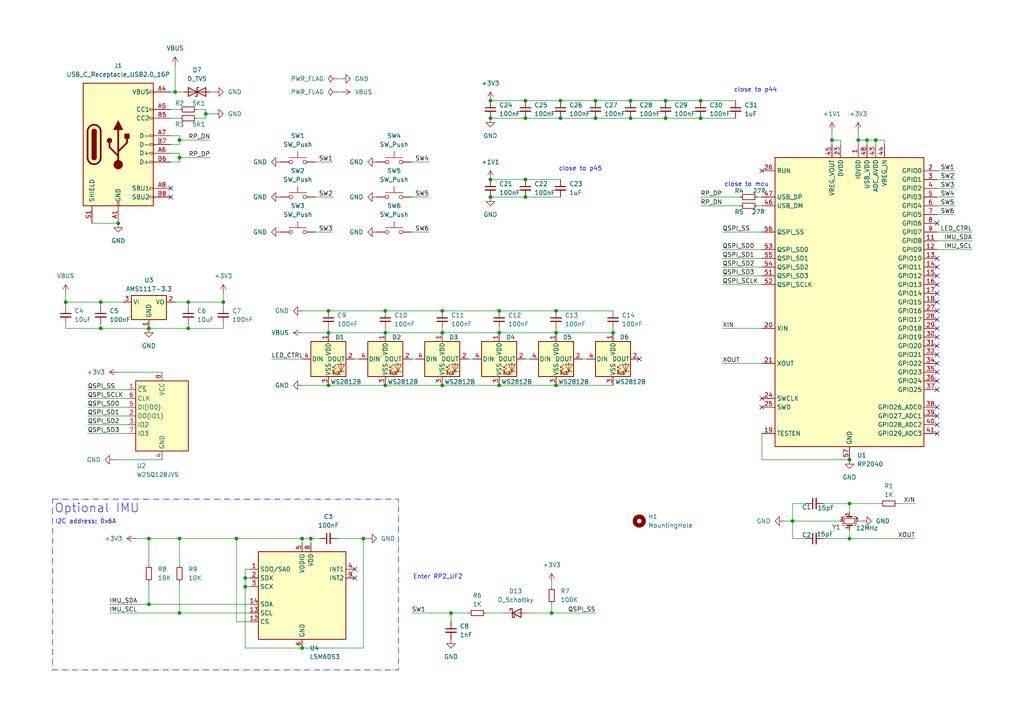
<source format=kicad_sch>
(kicad_sch (version 20231120) (generator "eeschema") (generator_version "8.0")
  (paper "A4")
  (title_block (title "Lemon RP2040 Keypad") (date "2024-03-25") (rev "0.1"))
  (junction (at 19.05 87.63))
  (junction (at 128.27 90.17))
  (junction (at 95.25 90.17))
  (junction (at 172.72 29.21))
  (junction (at 34.29 64.77))
  (junction (at 52.07 177.8))
  (junction (at 52.07 156.21))
  (junction (at 59.69 33.02))
  (junction (at 71.12 170.18))
  (junction (at 111.76 111.76))
  (junction (at 193.04 29.21))
  (junction (at 68.58 156.21))
  (junction (at 248.92 40.64))
  (junction (at 142.24 52.07))
  (junction (at 152.4 29.21))
  (junction (at 182.88 34.29))
  (junction (at 144.78 96.52))
  (junction (at 246.38 133.35))
  (junction (at 50.8 26.67))
  (junction (at 182.88 29.21))
  (junction (at 87.63 187.96))
  (junction (at 142.24 57.15))
  (junction (at 29.21 87.63))
  (junction (at 29.21 95.25))
  (junction (at 87.63 156.21))
  (junction (at 152.4 52.07))
  (junction (at 152.4 57.15))
  (junction (at 128.27 96.52))
  (junction (at 144.78 111.76))
  (junction (at 54.61 87.63))
  (junction (at 172.72 34.29))
  (junction (at 52.07 40.64))
  (junction (at 130.81 177.8))
  (junction (at 52.07 45.72))
  (junction (at 193.04 34.29))
  (junction (at 162.56 29.21))
  (junction (at 161.29 111.76))
  (junction (at 43.18 156.21))
  (junction (at 43.18 95.25))
  (junction (at 161.29 96.52))
  (junction (at 90.17 156.21))
  (junction (at 128.27 111.76))
  (junction (at 203.2 34.29))
  (junction (at 177.8 96.52))
  (junction (at 95.25 96.52))
  (junction (at 144.78 90.17))
  (junction (at 111.76 96.52))
  (junction (at 71.12 167.64))
  (junction (at 43.18 175.26))
  (junction (at 246.38 156.21))
  (junction (at 105.41 156.21))
  (junction (at 241.3 40.64))
  (junction (at 54.61 95.25))
  (junction (at 152.4 34.29))
  (junction (at 229.87 151.13))
  (junction (at 161.29 90.17))
  (junction (at 203.2 29.21))
  (junction (at 111.76 90.17))
  (junction (at 142.24 29.21))
  (junction (at 251.46 40.64))
  (junction (at 246.38 146.05))
  (junction (at 160.02 177.8))
  (junction (at 142.24 34.29))
  (junction (at 95.25 111.76))
  (junction (at 64.77 87.63))
  (junction (at 254 40.64))
  (junction (at 162.56 34.29))
  (no_connect (at 271.78 92.71))
  (no_connect (at 271.78 113.03))
  (no_connect (at 102.87 167.64))
  (no_connect (at 271.78 120.65))
  (no_connect (at 271.78 74.93))
  (no_connect (at 49.53 54.61))
  (no_connect (at 102.87 165.1))
  (no_connect (at 49.53 57.15))
  (no_connect (at 271.78 82.55))
  (no_connect (at 271.78 100.33))
  (no_connect (at 271.78 125.73))
  (no_connect (at 271.78 80.01))
  (no_connect (at 271.78 110.49))
  (no_connect (at 271.78 85.09))
  (no_connect (at 185.42 104.14))
  (no_connect (at 271.78 77.47))
  (no_connect (at 271.78 107.95))
  (no_connect (at 271.78 64.77))
  (no_connect (at 220.98 115.57))
  (no_connect (at 271.78 105.41))
  (no_connect (at 271.78 87.63))
  (no_connect (at 271.78 123.19))
  (no_connect (at 220.98 49.53))
  (no_connect (at 271.78 118.11))
  (no_connect (at 220.98 118.11))
  (no_connect (at 271.78 97.79))
  (no_connect (at 271.78 90.17))
  (no_connect (at 271.78 95.25))
  (no_connect (at 271.78 102.87))
  (wire (pts (xy 59.69 31.75) (xy 59.69 33.02)))
  (wire (pts (xy 209.55 67.31) (xy 220.98 67.31)))
  (wire (pts (xy 52.07 41.91) (xy 49.53 41.91)))
  (wire (pts (xy 29.21 95.25) (xy 43.18 95.25)))
  (wire (pts (xy 68.58 156.21) (xy 87.63 156.21)))
  (wire (pts (xy 128.27 95.25) (xy 128.27 96.52)))
  (wire (pts (xy 50.8 26.67) (xy 53.34 26.67)))
  (wire (pts (xy 25.4 123.19) (xy 36.83 123.19)))
  (wire (pts (xy 229.87 151.13) (xy 243.84 151.13)))
  (wire (pts (xy 25.4 118.11) (xy 36.83 118.11)))
  (wire (pts (xy 271.78 62.23) (xy 276.86 62.23)))
  (wire (pts (xy 25.4 115.57) (xy 36.83 115.57)))
  (wire (pts (xy 57.15 31.75) (xy 59.69 31.75)))
  (wire (pts (xy 152.4 34.29) (xy 162.56 34.29)))
  (wire (pts (xy 119.38 104.14) (xy 120.65 104.14)))
  (wire (pts (xy 68.58 180.34) (xy 72.39 180.34)))
  (wire (pts (xy 243.84 40.64) (xy 243.84 41.91)))
  (wire (pts (xy 251.46 40.64) (xy 251.46 41.91)))
  (wire (pts (xy 128.27 111.76) (xy 144.78 111.76)))
  (wire (pts (xy 152.4 104.14) (xy 153.67 104.14)))
  (wire (pts (xy 54.61 95.25) (xy 64.77 95.25)))
  (wire (pts (xy 95.25 111.76) (xy 111.76 111.76)))
  (wire (pts (xy 29.21 87.63) (xy 29.21 88.9)))
  (wire (pts (xy 31.75 177.8) (xy 52.07 177.8)))
  (wire (pts (xy 241.3 40.64) (xy 243.84 40.64)))
  (wire (pts (xy 144.78 90.17) (xy 161.29 90.17)))
  (wire (pts (xy 52.07 156.21) (xy 52.07 163.83)))
  (wire (pts (xy 144.78 96.52) (xy 161.29 96.52)))
  (wire (pts (xy 43.18 156.21) (xy 43.18 163.83)))
  (wire (pts (xy 64.77 87.63) (xy 64.77 88.9)))
  (wire (pts (xy 203.2 59.69) (xy 214.63 59.69)))
  (wire (pts (xy 19.05 87.63) (xy 19.05 88.9)))
  (wire (pts (xy 209.55 77.47) (xy 220.98 77.47)))
  (wire (pts (xy 251.46 40.64) (xy 254 40.64)))
  (wire (pts (xy 91.44 46.99) (xy 96.52 46.99)))
  (wire (pts (xy 119.38 57.15) (xy 124.46 57.15)))
  (wire (pts (xy 25.4 113.03) (xy 36.83 113.03)))
  (wire (pts (xy 87.63 111.76) (xy 95.25 111.76)))
  (wire (pts (xy 68.58 156.21) (xy 68.58 180.34)))
  (wire (pts (xy 59.69 34.29) (xy 57.15 34.29)))
  (wire (pts (xy 161.29 111.76) (xy 177.8 111.76)))
  (wire (pts (xy 219.71 59.69) (xy 220.98 59.69)))
  (wire (pts (xy 60.96 26.67) (xy 62.23 26.67)))
  (wire (pts (xy 135.89 104.14) (xy 137.16 104.14)))
  (wire (pts (xy 248.92 40.64) (xy 251.46 40.64)))
  (wire (pts (xy 246.38 156.21) (xy 265.43 156.21)))
  (wire (pts (xy 49.53 34.29) (xy 52.07 34.29)))
  (wire (pts (xy 161.29 95.25) (xy 161.29 96.52)))
  (wire (pts (xy 177.8 95.25) (xy 177.8 96.52)))
  (wire (pts (xy 128.27 96.52) (xy 144.78 96.52)))
  (wire (pts (xy 19.05 93.98) (xy 19.05 95.25)))
  (wire (pts (xy 182.88 34.29) (xy 193.04 34.29)))
  (wire (pts (xy 219.71 57.15) (xy 220.98 57.15)))
  (wire (pts (xy 241.3 40.64) (xy 241.3 41.91)))
  (wire (pts (xy 172.72 34.29) (xy 182.88 34.29)))
  (wire (pts (xy 29.21 93.98) (xy 29.21 95.25)))
  (wire (pts (xy 229.87 156.21) (xy 233.68 156.21)))
  (wire (pts (xy 29.21 87.63) (xy 35.56 87.63)))
  (wire (pts (xy 142.24 34.29) (xy 152.4 34.29)))
  (wire (pts (xy 87.63 187.96) (xy 105.41 187.96)))
  (wire (pts (xy 153.67 177.8) (xy 160.02 177.8)))
  (wire (pts (xy 71.12 165.1) (xy 72.39 165.1)))
  (wire (pts (xy 52.07 177.8) (xy 72.39 177.8)))
  (wire (pts (xy 52.07 40.64) (xy 52.07 41.91)))
  (wire (pts (xy 160.02 177.8) (xy 172.72 177.8)))
  (wire (pts (xy 203.2 57.15) (xy 214.63 57.15)))
  (wire (pts (xy 43.18 168.91) (xy 43.18 175.26)))
  (wire (pts (xy 193.04 29.21) (xy 203.2 29.21)))
  (wire (pts (xy 54.61 87.63) (xy 54.61 88.9)))
  (wire (pts (xy 49.53 31.75) (xy 52.07 31.75)))
  (wire (pts (xy 90.17 157.48) (xy 90.17 156.21)))
  (wire (pts (xy 43.18 175.26) (xy 72.39 175.26)))
  (wire (pts (xy 229.87 146.05) (xy 229.87 151.13)))
  (wire (pts (xy 135.89 177.8) (xy 130.81 177.8)))
  (wire (pts (xy 91.44 67.31) (xy 96.52 67.31)))
  (wire (pts (xy 246.38 156.21) (xy 238.76 156.21)))
  (wire (pts (xy 227.33 151.13) (xy 229.87 151.13)))
  (wire (pts (xy 64.77 85.09) (xy 64.77 87.63)))
  (wire (pts (xy 162.56 29.21) (xy 172.72 29.21)))
  (wire (pts (xy 119.38 67.31) (xy 124.46 67.31)))
  (wire (pts (xy 50.8 19.05) (xy 50.8 26.67)))
  (wire (pts (xy 97.79 156.21) (xy 105.41 156.21)))
  (wire (pts (xy 71.12 167.64) (xy 71.12 170.18)))
  (wire (pts (xy 209.55 80.01) (xy 220.98 80.01)))
  (wire (pts (xy 78.74 104.14) (xy 87.63 104.14)))
  (wire (pts (xy 209.55 72.39) (xy 220.98 72.39)))
  (wire (pts (xy 54.61 87.63) (xy 64.77 87.63)))
  (wire (pts (xy 59.69 33.02) (xy 62.23 33.02)))
  (wire (pts (xy 95.25 95.25) (xy 95.25 96.52)))
  (wire (pts (xy 54.61 93.98) (xy 54.61 95.25)))
  (wire (pts (xy 111.76 90.17) (xy 128.27 90.17)))
  (wire (pts (xy 90.17 156.21) (xy 92.71 156.21)))
  (wire (pts (xy 25.4 125.73) (xy 36.83 125.73)))
  (wire (pts (xy 152.4 57.15) (xy 142.24 57.15)))
  (wire (pts (xy 220.98 125.73) (xy 220.98 133.35)))
  (wire (pts (xy 119.38 177.8) (xy 130.81 177.8)))
  (wire (pts (xy 90.17 156.21) (xy 87.63 156.21)))
  (wire (pts (xy 52.07 44.45) (xy 52.07 45.72)))
  (wire (pts (xy 172.72 29.21) (xy 182.88 29.21)))
  (wire (pts (xy 246.38 153.67) (xy 246.38 156.21)))
  (wire (pts (xy 52.07 168.91) (xy 52.07 177.8)))
  (wire (pts (xy 59.69 33.02) (xy 59.69 34.29)))
  (wire (pts (xy 271.78 54.61) (xy 276.86 54.61)))
  (wire (pts (xy 52.07 45.72) (xy 60.96 45.72)))
  (wire (pts (xy 119.38 46.99) (xy 124.46 46.99)))
  (wire (pts (xy 209.55 95.25) (xy 220.98 95.25)))
  (wire (pts (xy 248.92 40.64) (xy 248.92 41.91)))
  (wire (pts (xy 233.68 146.05) (xy 229.87 146.05)))
  (wire (pts (xy 31.75 175.26) (xy 43.18 175.26)))
  (wire (pts (xy 140.97 177.8) (xy 146.05 177.8)))
  (wire (pts (xy 87.63 96.52) (xy 95.25 96.52)))
  (wire (pts (xy 49.53 39.37) (xy 52.07 39.37)))
  (wire (pts (xy 161.29 90.17) (xy 177.8 90.17)))
  (wire (pts (xy 43.18 95.25) (xy 54.61 95.25)))
  (wire (pts (xy 246.38 146.05) (xy 246.38 148.59)))
  (wire (pts (xy 87.63 156.21) (xy 87.63 157.48)))
  (wire (pts (xy 271.78 72.39) (xy 281.94 72.39)))
  (wire (pts (xy 130.81 177.8) (xy 130.81 180.34)))
  (wire (pts (xy 238.76 146.05) (xy 246.38 146.05)))
  (wire (pts (xy 229.87 151.13) (xy 229.87 156.21)))
  (wire (pts (xy 19.05 87.63) (xy 29.21 87.63)))
  (wire (pts (xy 52.07 46.99) (xy 49.53 46.99)))
  (wire (pts (xy 246.38 146.05) (xy 255.27 146.05)))
  (wire (pts (xy 254 40.64) (xy 254 41.91)))
  (wire (pts (xy 241.3 38.1) (xy 241.3 40.64)))
  (wire (pts (xy 152.4 29.21) (xy 162.56 29.21)))
  (wire (pts (xy 142.24 29.21) (xy 152.4 29.21)))
  (wire (pts (xy 260.35 146.05) (xy 265.43 146.05)))
  (wire (pts (xy 99.06 26.67) (xy 97.79 26.67)))
  (wire (pts (xy 271.78 52.07) (xy 276.86 52.07)))
  (wire (pts (xy 152.4 52.07) (xy 162.56 52.07)))
  (wire (pts (xy 220.98 133.35) (xy 246.38 133.35)))
  (wire (pts (xy 52.07 156.21) (xy 68.58 156.21)))
  (wire (pts (xy 111.76 95.25) (xy 111.76 96.52)))
  (wire (pts (xy 71.12 170.18) (xy 72.39 170.18)))
  (wire (pts (xy 39.37 156.21) (xy 43.18 156.21)))
  (wire (pts (xy 71.12 165.1) (xy 71.12 167.64)))
  (wire (pts (xy 182.88 29.21) (xy 193.04 29.21)))
  (wire (pts (xy 256.54 40.64) (xy 256.54 41.91)))
  (wire (pts (xy 52.07 39.37) (xy 52.07 40.64)))
  (wire (pts (xy 49.53 26.67) (xy 50.8 26.67)))
  (wire (pts (xy 144.78 111.76) (xy 161.29 111.76)))
  (wire (pts (xy 271.78 67.31) (xy 281.94 67.31)))
  (wire (pts (xy 144.78 95.25) (xy 144.78 96.52)))
  (wire (pts (xy 152.4 57.15) (xy 162.56 57.15)))
  (wire (pts (xy 271.78 69.85) (xy 281.94 69.85)))
  (wire (pts (xy 26.67 64.77) (xy 34.29 64.77)))
  (wire (pts (xy 52.07 40.64) (xy 60.96 40.64)))
  (wire (pts (xy 111.76 111.76) (xy 128.27 111.76)))
  (wire (pts (xy 71.12 187.96) (xy 87.63 187.96)))
  (wire (pts (xy 128.27 90.17) (xy 144.78 90.17)))
  (wire (pts (xy 71.12 167.64) (xy 72.39 167.64)))
  (wire (pts (xy 203.2 34.29) (xy 213.36 34.29)))
  (wire (pts (xy 52.07 45.72) (xy 52.07 46.99)))
  (wire (pts (xy 193.04 34.29) (xy 203.2 34.29)))
  (wire (pts (xy 209.55 74.93) (xy 220.98 74.93)))
  (wire (pts (xy 254 40.64) (xy 256.54 40.64)))
  (wire (pts (xy 43.18 156.21) (xy 52.07 156.21)))
  (wire (pts (xy 106.68 156.21) (xy 105.41 156.21)))
  (wire (pts (xy 87.63 90.17) (xy 95.25 90.17)))
  (wire (pts (xy 161.29 96.52) (xy 177.8 96.52)))
  (wire (pts (xy 33.02 133.35) (xy 46.99 133.35)))
  (wire (pts (xy 160.02 168.91) (xy 160.02 170.18)))
  (wire (pts (xy 19.05 85.09) (xy 19.05 87.63)))
  (wire (pts (xy 209.55 82.55) (xy 220.98 82.55)))
  (wire (pts (xy 95.25 96.52) (xy 111.76 96.52)))
  (wire (pts (xy 248.92 38.1) (xy 248.92 40.64)))
  (wire (pts (xy 25.4 120.65) (xy 36.83 120.65)))
  (wire (pts (xy 248.92 151.13) (xy 250.19 151.13)))
  (wire (pts (xy 50.8 87.63) (xy 54.61 87.63)))
  (wire (pts (xy 102.87 104.14) (xy 104.14 104.14)))
  (wire (pts (xy 142.24 52.07) (xy 152.4 52.07)))
  (wire (pts (xy 64.77 95.25) (xy 64.77 93.98)))
  (wire (pts (xy 95.25 90.17) (xy 111.76 90.17)))
  (wire (pts (xy 71.12 170.18) (xy 71.12 187.96)))
  (wire (pts (xy 49.53 44.45) (xy 52.07 44.45)))
  (wire (pts (xy 271.78 49.53) (xy 276.86 49.53)))
  (wire (pts (xy 162.56 34.29) (xy 172.72 34.29)))
  (wire (pts (xy 271.78 59.69) (xy 276.86 59.69)))
  (wire (pts (xy 209.55 105.41) (xy 220.98 105.41)))
  (wire (pts (xy 160.02 177.8) (xy 160.02 175.26)))
  (wire (pts (xy 111.76 96.52) (xy 128.27 96.52)))
  (wire (pts (xy 91.44 57.15) (xy 96.52 57.15)))
  (wire (pts (xy 34.29 107.95) (xy 46.99 107.95)))
  (wire (pts (xy 105.41 187.96) (xy 105.41 156.21)))
  (wire (pts (xy 19.05 95.25) (xy 29.21 95.25)))
  (wire (pts (xy 271.78 57.15) (xy 276.86 57.15)))
  (wire (pts (xy 99.06 22.86) (xy 97.79 22.86)))
  (wire (pts (xy 203.2 29.21) (xy 213.36 29.21)))
  (wire (pts (xy 168.91 104.14) (xy 170.18 104.14)))
  (rectangle (start 15.24 144.78) (end 115.57 194.31) (stroke (width 0) (type dash_dot)))
  (text "Enter RP2_UF2" (at 127 167.386 0) (effects (font (size 1.27 1.27))))
  (text "close to mcu" (at 210.058 52.832 0) (effects (font (size 1.27 1.27)) (justify left top)))
  (text "I2C address: 0x6A" (at 16.002 150.622 0) (effects (font (size 1.27 1.27)) (justify left top)))
  (text "close to p45" (at 162.052 48.26 0) (effects (font (size 1.27 1.27)) (justify left top)))
  (text "Optional IMU" (at 15.748 146.05 0) (effects (font (size 2.54 2.54)) (justify left top)))
  (text "close to p44" (at 212.852 25.4 0) (effects (font (size 1.27 1.27)) (justify left top)))
  (label "XIN" (at 265.43 146.05 180))
  (label "IMU_SDA" (at 281.94 69.85 180))
  (label "QSPI_SCLK" (at 25.4 115.57 0))
  (label "SW1" (at 119.38 177.8 0))
  (label "IMU_SCL" (at 31.75 177.8 0))
  (label "QSPI_SD1" (at 209.55 74.93 0))
  (label "SW4" (at 124.46 46.99 180))
  (label "QSPI_SD2" (at 209.55 77.47 0))
  (label "SW3" (at 276.86 54.61 180))
  (label "IMU_SCL" (at 281.94 72.39 180))
  (label "RP_DP" (at 203.2 57.15 0))
  (label "QSPI_SS" (at 172.72 177.8 180))
  (label "QSPI_SD0" (at 25.4 118.11 0))
  (label "QSPI_SD3" (at 25.4 125.73 0))
  (label "SW3" (at 96.52 67.31 180))
  (label "QSPI_SS" (at 25.4 113.03 0))
  (label "RP_DN" (at 203.2 59.69 0))
  (label "RP_DP" (at 60.96 45.72 180))
  (label "QSPI_SS" (at 209.55 67.31 0))
  (label "IMU_SDA" (at 31.75 175.26 0))
  (label "QSPI_SD2" (at 25.4 123.19 0))
  (label "QSPI_SD0" (at 209.55 72.39 0))
  (label "LED_CTRL" (at 281.94 67.31 180))
  (label "SW2" (at 96.52 57.15 180))
  (label "XOUT" (at 209.55 105.41 0))
  (label "QSPI_SD1" (at 25.4 120.65 0))
  (label "QSPI_SCLK" (at 209.55 82.55 0))
  (label "SW5" (at 276.86 59.69 180))
  (label "SW6" (at 276.86 62.23 180))
  (label "SW1" (at 96.52 46.99 180))
  (label "SW5" (at 124.46 57.15 180))
  (label "LED_CTRL" (at 78.74 104.14 0))
  (label "SW2" (at 276.86 52.07 180))
  (label "SW4" (at 276.86 57.15 180))
  (label "QSPI_SD3" (at 209.55 80.01 0))
  (label "RP_DN" (at 60.96 40.64 180))
  (label "XIN" (at 209.55 95.25 0))
  (label "XOUT" (at 265.43 156.21 180))
  (label "SW6" (at 124.46 67.31 180))
  (label "SW1" (at 276.86 49.53 180))
  (symbol (lib_id "power:GND") (at 62.23 33.02 90) (unit 1)
    (property "Reference" "#PWR013" (effects (hide yes)))
    (property "Value" "GND" (at 66.04 33.0199 90) (effects (justify right)))
    (property "Description" "Power symbol creates a global label with name \"GND\" , ground" (effects (hide yes)))
  )
  (symbol (lib_id "Device:C_Small") (at 236.22 146.05 90) (unit 1)
    (property "Reference" "C1" (at 233.934 147.066 90))
    (property "Value" "15pF" (at 239.522 147.32 90))
    (property "Footprint" "Capacitor_SMD:C_0402_1005Metric" (effects (hide yes)))
    (property "Description" "Unpolarized capacitor, small symbol" (effects (hide yes)))
  )
  (symbol (lib_id "Device:Crystal_GND24_Small") (at 246.38 151.13 270) (mirror x) (unit 1)
    (property "Reference" "Y1" (at 242.57 152.908 90))
    (property "Value" "12MHz" (at 251.46 153.162 90))
    (property "Footprint" "Crystal:Crystal_SMD_3225-4Pin_3.2x2.5mm" (effects (hide yes)))
    (property "Description" "Four pin crystal, GND on pins 2 and 4, small symbol" (effects (hide yes)))
  )
  (symbol (lib_id "Regulator_Linear:AMS1117-3.3") (at 43.18 87.63 0) (unit 1)
    (property "Reference" "U3" (at 43.18 81.28 0))
    (property "Value" "AMS1117-3.3" (at 43.18 83.82 0))
    (property "Footprint" "Package_TO_SOT_SMD:SOT-223-3_TabPin2" (effects (hide yes)))
    (property "Datasheet" "http://www.advanced-monolithic.com/pdf/ds1117.pdf" (effects (hide yes)))
    (property "Description" "1A Low Dropout regulator, positive, 3.3V fixed output, SOT-223" (effects (hide yes)))
  )
  (symbol (lib_id "Connector:USB_C_Receptacle_USB2.0_16P") (at 34.29 41.91 0) (unit 1)
    (property "Reference" "J1" (at 34.29 19.05 0))
    (property "Value" "USB_C_Receptacle_USB2.0_16P" (at 34.29 21.59 0))
    (property "Footprint" "Connector_USB:USB_C_Receptacle_G-Switch_GT-USB-7010ASV" (effects (hide yes)))
    (property "Datasheet" "https://www.usb.org/sites/default/files/documents/usb_type-c.zip" (effects (hide yes)))
    (property "Description" "USB 2.0-only 16P Type-C Receptacle connector" (effects (hide yes)))
  )
  (symbol (lib_id "power:GND") (at 34.29 64.77 0) (unit 1)
    (property "Reference" "#PWR011" (effects (hide yes)))
    (property "Value" "GND" (at 34.29 69.85 0))
    (property "Description" "Power symbol creates a global label with name \"GND\" , ground" (effects (hide yes)))
  )
  (symbol (lib_id "Device:R_Small") (at 160.02 172.72 180) (unit 1)
    (property "Reference" "R7" (at 162.56 171.4499 0) (effects (justify right)))
    (property "Value" "100K" (at 162.56 173.9899 0) (effects (justify right)))
    (property "Footprint" "Resistor_SMD:R_0402_1005Metric" (effects (hide yes)))
    (property "Description" "Resistor, small symbol" (effects (hide yes)))
  )
  (symbol (lib_id "Device:R_Small") (at 43.18 166.37 0) (unit 1)
    (property "Reference" "R8" (at 45.72 165.0999 0) (effects (justify left)))
    (property "Value" "10K" (at 45.72 167.6399 0) (effects (justify left)))
    (property "Footprint" "Resistor_SMD:R_0402_1005Metric" (effects (hide yes)))
    (property "Description" "Resistor, small symbol" (effects (hide yes)))
  )
  (symbol (lib_id "Device:D_TVS") (at 57.15 26.67 0) (unit 1)
    (property "Reference" "D7" (at 57.15 20.32 0))
    (property "Value" "D_TVS" (at 57.15 22.86 0))
    (property "Footprint" "Diode_SMD:D_SOD-323" (effects (hide yes)))
    (property "Description" "Bidirectional transient-voltage-suppression diode" (effects (hide yes)))
  )
  (symbol (lib_id "Switch:SW_Push") (at 114.3 67.31 0) (unit 1)
    (property "Reference" "SW6" (at 114.3 59.69 0))
    (property "Value" "SW_Push" (at 114.3 62.23 0))
    (property "Footprint" "keyswitches:Kailh_socket_MX_optional" (effects (hide yes)))
    (property "Description" "Push button switch, generic, two pins" (effects (hide yes)))
  )
  (symbol (lib_id "Device:C_Small") (at 95.25 92.71 0) (unit 1)
    (property "Reference" "C9" (at 97.79 91.4462 0) (effects (justify left)))
    (property "Value" "100nF" (at 97.79 93.9862 0) (effects (justify left)))
    (property "Footprint" "Capacitor_SMD:C_0402_1005Metric" (effects (hide yes)))
    (property "Description" "Unpolarized capacitor, small symbol" (effects (hide yes)))
  )
  (symbol (lib_id "Device:C_Small") (at 95.25 156.21 90) (unit 1)
    (property "Reference" "C3" (at 95.2563 149.86 90))
    (property "Value" "100nF" (at 95.2563 152.4 90))
    (property "Footprint" "Capacitor_SMD:C_0402_1005Metric" (effects (hide yes)))
    (property "Description" "Unpolarized capacitor, small symbol" (effects (hide yes)))
  )
  (symbol (lib_id "LED:WS2812B") (at 111.76 104.14 0) (unit 1)
    (property "Reference" "D2" (at 115.062 97.79 0))
    (property "Value" "WS2812B" (at 116.84 110.744 0))
    (property "Footprint" "LED_SMD:LED_WS2812B_PLCC4_5.0x5.0mm_P3.2mm" (effects (hide yes)))
    (property "Datasheet" "https://cdn-shop.adafruit.com/datasheets/WS2812B.pdf" (effects (hide yes)))
    (property "Description" "RGB LED with integrated controller" (effects (hide yes)))
  )
  (symbol (lib_id "LED:WS2812B") (at 144.78 104.14 0) (unit 1)
    (property "Reference" "D4" (at 148.082 97.79 0))
    (property "Value" "WS2812B" (at 149.86 110.744 0))
    (property "Footprint" "LED_SMD:LED_WS2812B_PLCC4_5.0x5.0mm_P3.2mm" (effects (hide yes)))
    (property "Datasheet" "https://cdn-shop.adafruit.com/datasheets/WS2812B.pdf" (effects (hide yes)))
    (property "Description" "RGB LED with integrated controller" (effects (hide yes)))
  )
  (symbol (lib_id "LED:WS2812B") (at 128.27 104.14 0) (unit 1)
    (property "Reference" "D3" (at 131.572 97.79 0))
    (property "Value" "WS2812B" (at 133.35 110.744 0))
    (property "Footprint" "LED_SMD:LED_WS2812B_PLCC4_5.0x5.0mm_P3.2mm" (effects (hide yes)))
    (property "Datasheet" "https://cdn-shop.adafruit.com/datasheets/WS2812B.pdf" (effects (hide yes)))
    (property "Description" "RGB LED with integrated controller" (effects (hide yes)))
  )
  (symbol (lib_id "power:PWR_FLAG") (at 97.79 26.67 90) (unit 1)
    (property "Reference" "#FLG01" (effects (hide yes)))
    (property "Value" "PWR_FLAG" (at 93.98 26.6699 90) (effects (justify left)))
    (property "Description" "Special symbol for telling ERC where power comes from" (effects (hide yes)))
  )
  (symbol (lib_id "power:VBUS") (at 99.06 26.67 270) (unit 1)
    (property "Reference" "#PWR038" (effects (hide yes)))
    (property "Value" "VBUS" (at 102.87 26.6699 90) (effects (justify left)))
    (property "Description" "Power symbol creates a global label with name \"VBUS\"" (effects (hide yes)))
  )
  (symbol (lib_id "Device:C_Small") (at 152.4 54.61 0) (unit 1)
    (property "Reference" "C22" (at 154.94 53.3462 0) (effects (justify left)))
    (property "Value" "100nF" (at 154.94 55.8862 0) (effects (justify left)))
    (property "Footprint" "Capacitor_SMD:C_0402_1005Metric" (effects (hide yes)))
    (property "Description" "Unpolarized capacitor, small symbol" (effects (hide yes)))
  )
  (symbol (lib_id "Switch:SW_Push") (at 114.3 46.99 0) (unit 1)
    (property "Reference" "SW4" (at 114.3 39.37 0))
    (property "Value" "SW_Push" (at 114.3 41.91 0))
    (property "Footprint" "keyswitches:Kailh_socket_MX_optional" (effects (hide yes)))
    (property "Description" "Push button switch, generic, two pins" (effects (hide yes)))
  )
  (symbol (lib_id "power:GND") (at 87.63 90.17 270) (unit 1)
    (property "Reference" "#PWR024" (effects (hide yes)))
    (property "Value" "GND" (at 83.82 90.1699 90) (effects (justify right)))
    (property "Description" "Power symbol creates a global label with name \"GND\" , ground" (effects (hide yes)))
  )
  (symbol (lib_id "Device:C_Small") (at 128.27 92.71 0) (unit 1)
    (property "Reference" "C11" (at 130.81 91.4462 0) (effects (justify left)))
    (property "Value" "100nF" (at 130.81 93.9862 0) (effects (justify left)))
    (property "Footprint" "Capacitor_SMD:C_0402_1005Metric" (effects (hide yes)))
    (property "Description" "Unpolarized capacitor, small symbol" (effects (hide yes)))
  )
  (symbol (lib_id "Device:C_Small") (at 161.29 92.71 0) (unit 1)
    (property "Reference" "C13" (at 163.83 91.4462 0) (effects (justify left)))
    (property "Value" "100nF" (at 163.83 93.9862 0) (effects (justify left)))
    (property "Footprint" "Capacitor_SMD:C_0402_1005Metric" (effects (hide yes)))
    (property "Description" "Unpolarized capacitor, small symbol" (effects (hide yes)))
  )
  (symbol (lib_id "Device:R_Small") (at 54.61 31.75 270) (unit 1)
    (property "Reference" "R2" (at 52.07 29.972 90))
    (property "Value" "5K1" (at 57.658 29.972 90))
    (property "Footprint" "Resistor_SMD:R_0402_1005Metric" (effects (hide yes)))
    (property "Description" "Resistor, small symbol" (effects (hide yes)))
  )
  (symbol (lib_id "Switch:SW_Push") (at 114.3 57.15 0) (unit 1)
    (property "Reference" "SW5" (at 114.3 49.53 0))
    (property "Value" "SW_Push" (at 114.3 52.07 0))
    (property "Footprint" "keyswitches:Kailh_socket_MX_optional" (effects (hide yes)))
    (property "Description" "Push button switch, generic, two pins" (effects (hide yes)))
  )
  (symbol (lib_id "Device:C_Small") (at 203.2 31.75 0) (unit 1)
    (property "Reference" "C30" (at 205.74 30.4862 0) (effects (justify left)))
    (property "Value" "100nF" (at 205.74 33.0262 0) (effects (justify left)))
    (property "Footprint" "Capacitor_SMD:C_0402_1005Metric" (effects (hide yes)))
    (property "Description" "Unpolarized capacitor, small symbol" (effects (hide yes)))
  )
  (symbol (lib_id "Memory_Flash:W25Q128JVS") (at 46.99 120.65 0) (unit 1)
    (property "Reference" "U2" (at 39.624 135.128 0) (effects (justify left)))
    (property "Value" "W25Q128JVS" (at 39.624 137.668 0) (effects (justify left)))
    (property "Footprint" "Package_SO:SOIC-8_5.23x5.23mm_P1.27mm" (effects (hide yes)))
    (property "Datasheet" "http://www.winbond.com/resource-files/w25q128jv_dtr%20revc%2003272018%20plus.pdf" (effects (hide yes)))
    (property "Description" "128Mb Serial Flash Memory, Standard/Dual/Quad SPI, SOIC-8" (effects (hide yes)))
  )
  (symbol (lib_id "power:GND") (at 109.22 57.15 270) (mirror x) (unit 1)
    (property "Reference" "#PWR029" (effects (hide yes)))
    (property "Value" "GND" (at 105.41 57.1499 90) (effects (justify right)))
    (property "Description" "Power symbol creates a global label with name \"GND\" , ground" (effects (hide yes)))
  )
  (symbol (lib_id "MCU_RaspberryPi:RP2040") (at 246.38 87.63 0) (unit 1)
    (property "Reference" "U1" (at 248.5741 132.08 0) (effects (justify left)))
    (property "Value" "RP2040" (at 248.5741 134.62 0) (effects (justify left)))
    (property "Footprint" "Package_DFN_QFN:QFN-56-1EP_7x7mm_P0.4mm_EP3.2x3.2mm" (effects (hide yes)))
    (property "Datasheet" "https://datasheets.raspberrypi.com/rp2040/rp2040-datasheet.pdf" (effects (hide yes)))
    (property "Description" "A microcontroller by Raspberry Pi" (effects (hide yes)))
  )
  (symbol (lib_id "Device:R_Small") (at 138.43 177.8 90) (unit 1)
    (property "Reference" "R6" (at 138.43 172.72 90))
    (property "Value" "1K" (at 138.43 175.26 90))
    (property "Footprint" "Resistor_SMD:R_0402_1005Metric" (effects (hide yes)))
    (property "Description" "Resistor, small symbol" (effects (hide yes)))
  )
  (symbol (lib_id "Device:C_Small") (at 162.56 31.75 0) (unit 1)
    (property "Reference" "C26" (at 165.1 30.4862 0) (effects (justify left)))
    (property "Value" "100nF" (at 165.1 33.0262 0) (effects (justify left)))
    (property "Footprint" "Capacitor_SMD:C_0402_1005Metric" (effects (hide yes)))
    (property "Description" "Unpolarized capacitor, small symbol" (effects (hide yes)))
  )
  (symbol (lib_id "power:GND") (at 250.19 151.13 90) (unit 1)
    (property "Reference" "#PWR02" (effects (hide yes)))
    (property "Value" "GND" (at 254 151.1299 90) (effects (justify right)))
    (property "Description" "Power symbol creates a global label with name \"GND\" , ground" (effects (hide yes)))
  )
  (symbol (lib_id "power:+3V3") (at 39.37 156.21 90) (unit 1)
    (property "Reference" "#PWR09" (effects (hide yes)))
    (property "Value" "+3V3" (at 35.56 156.2099 90) (effects (justify left)))
    (property "Description" "Power symbol creates a global label with name \"+3V3\"" (effects (hide yes)))
  )
  (symbol (lib_id "Switch:SW_Push") (at 86.36 46.99 0) (mirror y) (unit 1)
    (property "Reference" "SW1" (at 86.36 39.37 0))
    (property "Value" "SW_Push" (at 86.36 41.91 0))
    (property "Footprint" "keyswitches:Kailh_socket_MX_optional" (effects (hide yes)))
    (property "Description" "Push button switch, generic, two pins" (effects (hide yes)))
  )
  (symbol (lib_id "power:VBUS") (at 19.05 85.09 0) (unit 1)
    (property "Reference" "#PWR015" (effects (hide yes)))
    (property "Value" "VBUS" (at 19.05 80.01 0))
    (property "Description" "Power symbol creates a global label with name \"VBUS\"" (effects (hide yes)))
  )
  (symbol (lib_id "power:+1V1") (at 241.3 38.1 0) (unit 1)
    (property "Reference" "#PWR031" (effects (hide yes)))
    (property "Value" "+1V1" (at 241.3 33.02 0))
    (property "Description" "Power symbol creates a global label with name \"+1V1\"" (effects (hide yes)))
  )
  (symbol (lib_id "power:GND") (at 43.18 95.25 0) (unit 1)
    (property "Reference" "#PWR014" (effects (hide yes)))
    (property "Value" "GND" (at 43.18 100.33 0))
    (property "Description" "Power symbol creates a global label with name \"GND\" , ground" (effects (hide yes)))
  )
  (symbol (lib_id "Device:C_Small") (at 29.21 91.44 0) (unit 1)
    (property "Reference" "C5" (at 31.75 90.1762 0) (effects (justify left)))
    (property "Value" "100nF" (at 31.75 92.7162 0) (effects (justify left)))
    (property "Footprint" "Capacitor_SMD:C_0402_1005Metric" (effects (hide yes)))
    (property "Description" "Unpolarized capacitor, small symbol" (effects (hide yes)))
  )
  (symbol (lib_id "Device:C_Small") (at 130.81 182.88 0) (unit 1)
    (property "Reference" "C8" (at 133.35 181.6162 0) (effects (justify left)))
    (property "Value" "1nF" (at 133.35 184.1562 0) (effects (justify left)))
    (property "Footprint" "Capacitor_SMD:C_0402_1005Metric" (effects (hide yes)))
    (property "Description" "Unpolarized capacitor, small symbol" (effects (hide yes)))
  )
  (symbol (lib_id "Device:R_Small") (at 257.81 146.05 90) (unit 1)
    (property "Reference" "R1" (at 257.81 140.97 90))
    (property "Value" "1K" (at 257.81 143.51 90))
    (property "Footprint" "Resistor_SMD:R_0402_1005Metric" (effects (hide yes)))
    (property "Description" "Resistor, small symbol" (effects (hide yes)))
  )
  (symbol (lib_id "power:GND") (at 87.63 111.76 270) (unit 1)
    (property "Reference" "#PWR020" (effects (hide yes)))
    (property "Value" "GND" (at 83.82 111.7599 90) (effects (justify right)))
    (property "Description" "Power symbol creates a global label with name \"GND\" , ground" (effects (hide yes)))
  )
  (symbol (lib_id "power:GND") (at 33.02 133.35 270) (unit 1)
    (property "Reference" "#PWR04" (effects (hide yes)))
    (property "Value" "GND" (at 29.21 133.3499 90) (effects (justify right)))
    (property "Description" "Power symbol creates a global label with name \"GND\" , ground" (effects (hide yes)))
  )
  (symbol (lib_id "power:GND") (at 106.68 156.21 90) (unit 1)
    (property "Reference" "#PWR010" (effects (hide yes)))
    (property "Value" "GND" (at 110.49 156.2099 90) (effects (justify right)))
    (property "Description" "Power symbol creates a global label with name \"GND\" , ground" (effects (hide yes)))
  )
  (symbol (lib_id "power:GND") (at 227.33 151.13 270) (unit 1)
    (property "Reference" "#PWR01" (effects (hide yes)))
    (property "Value" "GND" (at 223.52 151.1299 90) (effects (justify right)))
    (property "Description" "Power symbol creates a global label with name \"GND\" , ground" (effects (hide yes)))
  )
  (symbol (lib_id "Device:C_Small") (at 162.56 54.61 0) (unit 1)
    (property "Reference" "C23" (at 165.1 53.3462 0) (effects (justify left)))
    (property "Value" "1uF" (at 165.1 55.8862 0) (effects (justify left)))
    (property "Footprint" "Capacitor_SMD:C_0402_1005Metric" (effects (hide yes)))
    (property "Description" "Unpolarized capacitor, small symbol" (effects (hide yes)))
  )
  (symbol (lib_id "Device:R_Small") (at 52.07 166.37 0) (unit 1)
    (property "Reference" "R9" (at 54.61 165.0999 0) (effects (justify left)))
    (property "Value" "10K" (at 54.61 167.6399 0) (effects (justify left)))
    (property "Footprint" "Resistor_SMD:R_0402_1005Metric" (effects (hide yes)))
    (property "Description" "Resistor, small symbol" (effects (hide yes)))
  )
  (symbol (lib_id "power:GND") (at 81.28 46.99 270) (mirror x) (unit 1)
    (property "Reference" "#PWR025" (effects (hide yes)))
    (property "Value" "GND" (at 77.47 46.9899 90) (effects (justify right)))
    (property "Description" "Power symbol creates a global label with name \"GND\" , ground" (effects (hide yes)))
  )
  (symbol (lib_id "power:+3V3") (at 142.24 29.21 0) (unit 1)
    (property "Reference" "#PWR035" (effects (hide yes)))
    (property "Value" "+3V3" (at 142.24 24.13 0))
    (property "Description" "Power symbol creates a global label with name \"+3V3\"" (effects (hide yes)))
  )
  (symbol (lib_id "power:GND") (at 81.28 67.31 270) (mirror x) (unit 1)
    (property "Reference" "#PWR027" (effects (hide yes)))
    (property "Value" "GND" (at 77.47 67.3099 90) (effects (justify right)))
    (property "Description" "Power symbol creates a global label with name \"GND\" , ground" (effects (hide yes)))
  )
  (symbol (lib_id "power:VBUS") (at 50.8 19.05 0) (unit 1)
    (property "Reference" "#PWR012" (effects (hide yes)))
    (property "Value" "VBUS" (at 50.8 13.97 0))
    (property "Description" "Power symbol creates a global label with name \"VBUS\"" (effects (hide yes)))
  )
  (symbol (lib_id "Device:R_Small") (at 217.17 57.15 90) (unit 1)
    (property "Reference" "R4" (at 214.376 55.372 90))
    (property "Value" "27R" (at 220.218 55.372 90))
    (property "Footprint" "Resistor_SMD:R_0402_1005Metric" (effects (hide yes)))
    (property "Description" "Resistor, small symbol" (effects (hide yes)))
  )
  (symbol (lib_id "power:VBUS") (at 87.63 96.52 90) (unit 1)
    (property "Reference" "#PWR019" (effects (hide yes)))
    (property "Value" "VBUS" (at 83.82 96.5199 90) (effects (justify left)))
    (property "Description" "Power symbol creates a global label with name \"VBUS\"" (effects (hide yes)))
  )
  (symbol (lib_id "Device:C_Small") (at 152.4 31.75 0) (unit 1)
    (property "Reference" "C25" (at 154.94 30.4862 0) (effects (justify left)))
    (property "Value" "100nF" (at 154.94 33.0262 0) (effects (justify left)))
    (property "Footprint" "Capacitor_SMD:C_0402_1005Metric" (effects (hide yes)))
    (property "Description" "Unpolarized capacitor, small symbol" (effects (hide yes)))
  )
  (symbol (lib_id "Device:C_Small") (at 213.36 31.75 0) (unit 1)
    (property "Reference" "C31" (at 215.9 30.4862 0) (effects (justify left)))
    (property "Value" "1uF" (at 215.9 33.0262 0) (effects (justify left)))
    (property "Footprint" "Capacitor_SMD:C_0402_1005Metric" (effects (hide yes)))
    (property "Description" "Unpolarized capacitor, small symbol" (effects (hide yes)))
  )
  (symbol (lib_id "LED:WS2812B") (at 95.25 104.14 0) (unit 1)
    (property "Reference" "D1" (at 98.552 97.79 0))
    (property "Value" "WS2812B" (at 100.33 110.744 0))
    (property "Footprint" "LED_SMD:LED_WS2812B_PLCC4_5.0x5.0mm_P3.2mm" (effects (hide yes)))
    (property "Datasheet" "https://cdn-shop.adafruit.com/datasheets/WS2812B.pdf" (effects (hide yes)))
    (property "Description" "RGB LED with integrated controller" (effects (hide yes)))
  )
  (symbol (lib_id "power:+3V3") (at 160.02 168.91 0) (unit 1)
    (property "Reference" "#PWR017" (effects (hide yes)))
    (property "Value" "+3V3" (at 160.02 163.83 0))
    (property "Description" "Power symbol creates a global label with name \"+3V3\"" (effects (hide yes)))
  )
  (symbol (lib_id "Device:C_Small") (at 142.24 31.75 0) (unit 1)
    (property "Reference" "C24" (at 144.78 30.4862 0) (effects (justify left)))
    (property "Value" "100nF" (at 144.78 33.0262 0) (effects (justify left)))
    (property "Footprint" "Capacitor_SMD:C_0402_1005Metric" (effects (hide yes)))
    (property "Description" "Unpolarized capacitor, small symbol" (effects (hide yes)))
  )
  (symbol (lib_id "Sensor_Motion:LSM6DS3") (at 87.63 172.72 0) (unit 1)
    (property "Reference" "U4" (at 89.8241 187.96 0) (effects (justify left)))
    (property "Value" "LSM6DS3" (at 89.8241 190.5 0) (effects (justify left)))
    (property "Footprint" "Package_LGA:LGA-14_3x2.5mm_P0.5mm_LayoutBorder3x4y" (effects (hide yes)))
    (property "Datasheet" "https://www.st.com/resource/en/datasheet/lsm6ds3tr-c.pdf" (effects (hide yes)))
    (property "Description" "I2C/SPI, iNEMO inertial module: always-on 3D accelerometer and 3D gyroscope" (effects (hide yes)))
  )
  (symbol (lib_id "power:GND") (at 246.38 133.35 0) (unit 1)
    (property "Reference" "#PWR05" (effects (hide yes)))
    (property "Value" "GND" (at 246.38 138.43 0))
    (property "Description" "Power symbol creates a global label with name \"GND\" , ground" (effects (hide yes)))
  )
  (symbol (lib_id "power:GND") (at 99.06 22.86 90) (unit 1)
    (property "Reference" "#PWR037" (effects (hide yes)))
    (property "Value" "GND" (at 102.87 22.8599 90) (effects (justify right)))
    (property "Description" "Power symbol creates a global label with name \"GND\" , ground" (effects (hide yes)))
  )
  (symbol (lib_id "power:GND") (at 142.24 57.15 0) (unit 1)
    (property "Reference" "#PWR034" (effects (hide yes)))
    (property "Value" "GND" (at 142.24 62.23 0))
    (property "Description" "Power symbol creates a global label with name \"GND\" , ground" (effects (hide yes)))
  )
  (symbol (lib_id "LED:WS2812B") (at 161.29 104.14 0) (unit 1)
    (property "Reference" "D5" (at 164.592 97.79 0))
    (property "Value" "WS2812B" (at 166.37 110.744 0))
    (property "Footprint" "LED_SMD:LED_WS2812B_PLCC4_5.0x5.0mm_P3.2mm" (effects (hide yes)))
    (property "Datasheet" "https://cdn-shop.adafruit.com/datasheets/WS2812B.pdf" (effects (hide yes)))
    (property "Description" "RGB LED with integrated controller" (effects (hide yes)))
  )
  (symbol (lib_id "Device:R_Small") (at 217.17 59.69 90) (unit 1)
    (property "Reference" "R5" (at 214.376 61.468 90))
    (property "Value" "27R" (at 219.964 61.468 90))
    (property "Footprint" "Resistor_SMD:R_0402_1005Metric" (effects (hide yes)))
    (property "Description" "Resistor, small symbol" (effects (hide yes)))
  )
  (symbol (lib_id "Device:C_Small") (at 193.04 31.75 0) (unit 1)
    (property "Reference" "C29" (at 195.58 30.4862 0) (effects (justify left)))
    (property "Value" "100nF" (at 195.58 33.0262 0) (effects (justify left)))
    (property "Footprint" "Capacitor_SMD:C_0402_1005Metric" (effects (hide yes)))
    (property "Description" "Unpolarized capacitor, small symbol" (effects (hide yes)))
  )
  (symbol (lib_id "power:+3V3") (at 34.29 107.95 90) (unit 1)
    (property "Reference" "#PWR03" (effects (hide yes)))
    (property "Value" "+3V3" (at 30.48 107.9499 90) (effects (justify left)))
    (property "Description" "Power symbol creates a global label with name \"+3V3\"" (effects (hide yes)))
  )
  (symbol (lib_id "Device:C_Small") (at 64.77 91.44 0) (unit 1)
    (property "Reference" "C7" (at 67.31 90.1762 0) (effects (justify left)))
    (property "Value" "100nF" (at 67.31 92.7162 0) (effects (justify left)))
    (property "Footprint" "Capacitor_SMD:C_0402_1005Metric" (effects (hide yes)))
    (property "Description" "Unpolarized capacitor, small symbol" (effects (hide yes)))
  )
  (symbol (lib_id "Device:R_Small") (at 54.61 34.29 270) (unit 1)
    (property "Reference" "R3" (at 52.07 36.068 90))
    (property "Value" "5K1" (at 57.658 36.068 90))
    (property "Footprint" "Resistor_SMD:R_0402_1005Metric" (effects (hide yes)))
    (property "Description" "Resistor, small symbol" (effects (hide yes)))
  )
  (symbol (lib_id "power:GND") (at 62.23 26.67 90) (unit 1)
    (property "Reference" "#PWR021" (effects (hide yes)))
    (property "Value" "GND" (at 66.04 26.6699 90) (effects (justify right)))
    (property "Description" "Power symbol creates a global label with name \"GND\" , ground" (effects (hide yes)))
  )
  (symbol (lib_id "Device:C_Small") (at 144.78 92.71 0) (unit 1)
    (property "Reference" "C12" (at 147.32 91.4462 0) (effects (justify left)))
    (property "Value" "100nF" (at 147.32 93.9862 0) (effects (justify left)))
    (property "Footprint" "Capacitor_SMD:C_0402_1005Metric" (effects (hide yes)))
    (property "Description" "Unpolarized capacitor, small symbol" (effects (hide yes)))
  )
  (symbol (lib_id "Switch:SW_Push") (at 86.36 67.31 0) (unit 1)
    (property "Reference" "SW3" (at 86.36 59.69 0))
    (property "Value" "SW_Push" (at 86.36 62.23 0))
    (property "Footprint" "keyswitches:Kailh_socket_MX_optional" (effects (hide yes)))
    (property "Description" "Push button switch, generic, two pins" (effects (hide yes)))
  )
  (symbol (lib_id "Device:C_Small") (at 172.72 31.75 0) (unit 1)
    (property "Reference" "C27" (at 175.26 30.4862 0) (effects (justify left)))
    (property "Value" "100nF" (at 175.26 33.0262 0) (effects (justify left)))
    (property "Footprint" "Capacitor_SMD:C_0402_1005Metric" (effects (hide yes)))
    (property "Description" "Unpolarized capacitor, small symbol" (effects (hide yes)))
  )
  (symbol (lib_id "power:GND") (at 81.28 57.15 270) (mirror x) (unit 1)
    (property "Reference" "#PWR026" (effects (hide yes)))
    (property "Value" "GND" (at 77.47 57.1499 90) (effects (justify right)))
    (property "Description" "Power symbol creates a global label with name \"GND\" , ground" (effects (hide yes)))
  )
  (symbol (lib_id "Device:C_Small") (at 54.61 91.44 0) (unit 1)
    (property "Reference" "C6" (at 57.15 90.1762 0) (effects (justify left)))
    (property "Value" "10uF" (at 57.15 92.7162 0) (effects (justify left)))
    (property "Footprint" "Capacitor_SMD:C_0603_1608Metric" (effects (hide yes)))
    (property "Description" "Unpolarized capacitor, small symbol" (effects (hide yes)))
  )
  (symbol (lib_id "power:+3V3") (at 248.92 38.1 0) (unit 1)
    (property "Reference" "#PWR032" (effects (hide yes)))
    (property "Value" "+3V3" (at 248.92 33.02 0))
    (property "Description" "Power symbol creates a global label with name \"+3V3\"" (effects (hide yes)))
  )
  (symbol (lib_id "Device:C_Small") (at 142.24 54.61 0) (unit 1)
    (property "Reference" "C21" (at 144.78 53.3462 0) (effects (justify left)))
    (property "Value" "100nF" (at 144.78 55.8862 0) (effects (justify left)))
    (property "Footprint" "Capacitor_SMD:C_0402_1005Metric" (effects (hide yes)))
    (property "Description" "Unpolarized capacitor, small symbol" (effects (hide yes)))
  )
  (symbol (lib_id "Device:C_Small") (at 111.76 92.71 0) (unit 1)
    (property "Reference" "C10" (at 114.3 91.4462 0) (effects (justify left)))
    (property "Value" "100nF" (at 114.3 93.9862 0) (effects (justify left)))
    (property "Footprint" "Capacitor_SMD:C_0402_1005Metric" (effects (hide yes)))
    (property "Description" "Unpolarized capacitor, small symbol" (effects (hide yes)))
  )
  (symbol (lib_id "power:GND") (at 130.81 185.42 0) (unit 1)
    (property "Reference" "#PWR018" (effects (hide yes)))
    (property "Value" "GND" (at 130.81 190.5 0))
    (property "Description" "Power symbol creates a global label with name \"GND\" , ground" (effects (hide yes)))
  )
  (symbol (lib_id "Device:C_Small") (at 182.88 31.75 0) (unit 1)
    (property "Reference" "C28" (at 185.42 30.4862 0) (effects (justify left)))
    (property "Value" "100nF" (at 185.42 33.0262 0) (effects (justify left)))
    (property "Footprint" "Capacitor_SMD:C_0402_1005Metric" (effects (hide yes)))
    (property "Description" "Unpolarized capacitor, small symbol" (effects (hide yes)))
  )
  (symbol (lib_id "Mechanical:MountingHole") (at 185.42 151.13 0) (unit 1)
    (property "Reference" "H1" (at 187.96 149.8599 0) (effects (justify left)))
    (property "Value" "MountingHole" (at 187.96 152.3999 0) (effects (justify left)))
    (property "Footprint" "MountingHole:MountingHole_3.2mm_M3" (effects (hide yes)))
    (property "Description" "Mounting Hole without connection" (effects (hide yes)))
  )
  (symbol (lib_id "power:GND") (at 109.22 67.31 270) (mirror x) (unit 1)
    (property "Reference" "#PWR030" (effects (hide yes)))
    (property "Value" "GND" (at 105.41 67.3099 90) (effects (justify right)))
    (property "Description" "Power symbol creates a global label with name \"GND\" , ground" (effects (hide yes)))
  )
  (symbol (lib_id "power:GND") (at 142.24 34.29 0) (unit 1)
    (property "Reference" "#PWR036" (effects (hide yes)))
    (property "Value" "GND" (at 142.24 39.37 0))
    (property "Description" "Power symbol creates a global label with name \"GND\" , ground" (effects (hide yes)))
  )
  (symbol (lib_id "Device:C_Small") (at 177.8 92.71 0) (unit 1)
    (property "Reference" "C14" (at 180.34 91.4462 0) (effects (justify left)))
    (property "Value" "100nF" (at 180.34 93.9862 0) (effects (justify left)))
    (property "Footprint" "Capacitor_SMD:C_0402_1005Metric" (effects (hide yes)))
    (property "Description" "Unpolarized capacitor, small symbol" (effects (hide yes)))
  )
  (symbol (lib_id "power:PWR_FLAG") (at 97.79 22.86 90) (unit 1)
    (property "Reference" "#FLG02" (effects (hide yes)))
    (property "Value" "PWR_FLAG" (at 93.98 22.8599 90) (effects (justify left)))
    (property "Description" "Special symbol for telling ERC where power comes from" (effects (hide yes)))
  )
  (symbol (lib_id "power:GND") (at 109.22 46.99 270) (mirror x) (unit 1)
    (property "Reference" "#PWR028" (effects (hide yes)))
    (property "Value" "GND" (at 105.41 46.9899 90) (effects (justify right)))
    (property "Description" "Power symbol creates a global label with name \"GND\" , ground" (effects (hide yes)))
  )
  (symbol (lib_id "Device:D_Schottky") (at 149.86 177.8 0) (unit 1)
    (property "Reference" "D13" (at 149.5425 171.45 0))
    (property "Value" "D_Schottky" (at 149.5425 173.99 0))
    (property "Footprint" "Diode_SMD:D_SOD-323" (effects (hide yes)))
    (property "Description" "Schottky diode" (effects (hide yes)))
  )
  (symbol (lib_id "Device:C_Small") (at 19.05 91.44 0) (unit 1)
    (property "Reference" "C4" (at 21.59 90.1762 0) (effects (justify left)))
    (property "Value" "10uF" (at 21.59 92.7162 0) (effects (justify left)))
    (property "Footprint" "Capacitor_SMD:C_0603_1608Metric" (effects (hide yes)))
    (property "Description" "Unpolarized capacitor, small symbol" (effects (hide yes)))
  )
  (symbol (lib_id "LED:WS2812B") (at 177.8 104.14 0) (unit 1)
    (property "Reference" "D6" (at 181.102 97.79 0))
    (property "Value" "WS2812B" (at 182.88 110.744 0))
    (property "Footprint" "LED_SMD:LED_WS2812B_PLCC4_5.0x5.0mm_P3.2mm" (effects (hide yes)))
    (property "Datasheet" "https://cdn-shop.adafruit.com/datasheets/WS2812B.pdf" (effects (hide yes)))
    (property "Description" "RGB LED with integrated controller" (effects (hide yes)))
  )
  (symbol (lib_id "Device:C_Small") (at 236.22 156.21 90) (unit 1)
    (property "Reference" "C2" (at 233.934 155.194 90))
    (property "Value" "15pF" (at 239.268 154.94 90))
    (property "Footprint" "Capacitor_SMD:C_0402_1005Metric" (effects (hide yes)))
    (property "Description" "Unpolarized capacitor, small symbol" (effects (hide yes)))
  )
  (symbol (lib_id "Switch:SW_Push") (at 86.36 57.15 0) (unit 1)
    (property "Reference" "SW2" (at 86.36 49.53 0))
    (property "Value" "SW_Push" (at 86.36 52.07 0))
    (property "Footprint" "keyswitches:Kailh_socket_MX_optional" (effects (hide yes)))
    (property "Description" "Push button switch, generic, two pins" (effects (hide yes)))
  )
  (symbol (lib_id "power:+1V1") (at 142.24 52.07 0) (unit 1)
    (property "Reference" "#PWR033" (effects (hide yes)))
    (property "Value" "+1V1" (at 142.24 46.99 0))
    (property "Description" "Power symbol creates a global label with name \"+1V1\"" (effects (hide yes)))
  )
  (symbol (lib_id "power:+3V3") (at 64.77 85.09 0) (unit 1)
    (property "Reference" "#PWR016" (effects (hide yes)))
    (property "Value" "+3V3" (at 64.77 80.01 0))
    (property "Description" "Power symbol creates a global label with name \"+3V3\"" (effects (hide yes)))
  )
)
</source>
